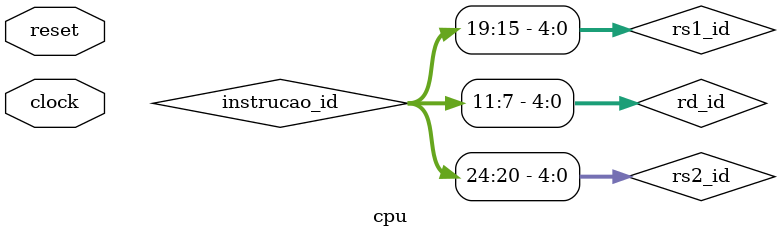
<source format=v>
module cpu (
    input wire clock,
    input wire reset
);

    // ==== Sinais e fios ====
    wire pc_write;
    wire if_id_write;
    wire flush_id_ex;
    wire pc_src_ctrl;
    wire flush_if_id;

    // ==== Estágio IF ====
    wire [31:0] pc_if;
    wire [31:0] pc_prox;
    wire [31:0] instrucao_if;
    wire [31:0] pc_plus4_if;
    

    // ==== Estágio ID ====
    wire [31:0] instrucao_id;
    wire [31:0] pc_plus4_id;
    wire [31:0] read_data1_id, read_data2_id;
    wire [31:0] immediate_id;
    wire [4:0] rs1_id;
    wire [4:0] rs2_id;
    wire [4:0] rd_id;

    wire branch_id, MemRead_id, MemtoReg_id, MemWrite_id, ALUSrc_id, RegWrite_id;
    wire [1:0] ALUOp_id;

    // ==== Estágio EX ====
    wire [31:0] instrucao_ex;
    wire [31:0] read_data1_ex, read_data2_ex;
    wire [31:0] immediate_ex;
    wire [4:0] rs1_ex, rs2_ex, rd_ex;
    wire [31:0] pc_plus4_ex;
    wire [31:0] alu_result_ex;
    wire [3:0] alu_control_ex;
    wire zero_ex;
    wire [1:0] ALUOp_ex;

    wire branch_ex, MemRead_ex, MemtoReg_ex, MemWrite_ex, ALUSrc_ex, RegWrite_ex;

    // ==== Estágio MEM ====
    wire [31:0] alu_result_mem;
    wire [31:0]  read_data2_mem;
    wire [31:0]  read_data_from_mem;
    wire [4:0] rd_mem;
    wire [2:0] funct3_mem; 

    wire MemRead_mem, MemtoReg_mem, MemWrite_mem, RegWrite_mem;

    // ==== Estágio WB ====
    wire [31:0] alu_result_wb;
    wire [31:0] read_data_wb;
    wire [4:0] rd_wb;
    wire [31:0] write_back_data;

    wire MemtoReg_wb, RegWrite_wb;
    
    // ==== INSTANCIAÇÃO DOS MÓDulos DE HAZARD E FORWARDING ====

    hazard hazard_unit(
        .rs1_id(rs1_id),
        .rs2_id(rs2_id),
        .rd_ex(rd_ex),
        .MemRead_ex(MemRead_ex),
        .pc_write(pc_write),
        .if_id_write(if_id_write),
        .flush_id_ex(flush_id_ex)
    );

    wire [1:0] forwardA, forwardB;
    forwarding_unit fwd_unit (
        .rs1_ex(rs1_ex),
        .rs2_ex(rs2_ex),
        .rd_mem(rd_mem),
        .rd_wb(rd_wb),
        .RegWrite_mem(RegWrite_mem),
        .RegWrite_wb(RegWrite_wb),
        .forwardA(forwardA),
        .forwardB(forwardB)
    );

    // ==== Estágio 1: IF ====
    assign pc_plus4_if = pc_if + 4;

    mux2 #(.WIDTH(32)) pc_mux(
        .seletor(pc_src_ctrl),
        .entrada1(pc_plus4_if),
        .entrada2(alu_result_ex),
        .saida(pc_prox)
    );

    pc pc_reg(
        .clock(clock),
        .reset(reset),
        .pc_prox(pc_prox),
        .pc(pc_if),
        .pc_write(pc_write)
    );

    instruction_memory InstMem (
        .endereco(pc_if),
        .instrucao(instrucao_if)
    );

    // ==== REGISTRADOR DE PIPELINE: IF/ID ====
    if_id_register if_id_reg(
        .clock(clock),
        .reset(reset),
        .flush(flush_if_id),
        .stall(~if_id_write),
        .pc_plus4_if(pc_plus4_if),
        .instrucao_if(instrucao_if),
        .pc_plus4_id(pc_plus4_id),
        .instrucao_id(instrucao_id)
    );

    // ==== Estágio 2: ID ====
    assign rs1_id = instrucao_id[19:15];
    assign rs2_id = instrucao_id[24:20];
    assign rd_id = instrucao_id[11:7];

    control ctrl(
        .opcode(instrucao_id[6:0]),
        .Branch(branch_id),
        .MemRead(MemRead_id),
        .MemtoReg(MemtoReg_id),
        .MemWrite(MemWrite_id),
        .ALUSrc(ALUSrc_id),
        .RegWrite(RegWrite_id),
        .ALUOp(ALUOp_id)
    );

    imm_gen immGen(
        .instrucao(instrucao_id),
        .imm_out(immediate_id)
    );

    register registradores(
        .clock(clock),
        .RegWrite(RegWrite_wb),
        .rs1(rs1_id),
        .rs2(rs2_id),
        .rd(rd_wb),
        .write_data(write_back_data),
        .read_data1(read_data1_id),
        .read_data2(read_data2_id)
    );

    id_ex_register id_ex_reg (
        .clock(clock),
        .reset(reset),
        .flush(flush_id_ex),
        .pc_plus4_id(pc_plus4_id),
        .read_data1_id(read_data1_id),
        .read_data2_id(read_data2_id),
        .immediate_id(immediate_id),
        .rs1_id(rs1_id),
        .rs2_id(rs2_id),
        .rd_id(rd_id),
        .branch_id(branch_id),
        .MemRead_id(MemRead_id),
        .MemtoReg_id(MemtoReg_id),
        .MemWrite_id(MemWrite_id),
        .ALUSrc_id(ALUSrc_id),
        .RegWrite_id(RegWrite_id),
        .ALUOp_id(ALUOp_id),
        .instrucao_id(instrucao_id),
        .pc_plus4_ex(pc_plus4_ex),
        .read_data1_ex(read_data1_ex),
        .read_data2_ex(read_data2_ex),
        .immediate_ex(immediate_ex),
        .rs1_ex(rs1_ex),
        .rs2_ex(rs2_ex),
        .rd_ex(rd_ex),
        .branch_ex(branch_ex),
        .MemRead_ex(MemRead_ex),
        .MemtoReg_ex(MemtoReg_ex),
        .MemWrite_ex(MemWrite_ex),
        .ALUSrc_ex(ALUSrc_ex),
        .RegWrite_ex(RegWrite_ex),
        .ALUOp_ex(ALUOp_ex),
        .instrucao_ex(instrucao_ex)
    );
    
    // ==== Estágio 3: Ex ====
    
    // MUXes para Forwarding
    wire [31:0] alu_input1, alu_input2;
    mux3 #(32) fwd_mux_A (
        .seletor(forwardA),
        .entrada1(read_data1_ex),     // 00: Do registrador
        .entrada2(alu_result_mem),    // 01: Do estágio MEM 
        .entrada3(write_back_data),   // 10: Do estágio WB 
        .saida(alu_input1)
    );
    mux3 #(32) fwd_mux_B (
        .seletor(forwardB),
        .entrada1(read_data2_ex),     // 00: Do registrador
        .entrada2(alu_result_mem),    // 10: Do estágio MEM 
        .entrada3(write_back_data),   // 01: Do estágio MEM 
        .saida(alu_input2)
    );

    // MUX para selecionar a segunda entrada da ALU
    wire [31:0] alu_entrada2_final;
    mux2 #(32) ALUSrc_mux (
        .seletor(ALUSrc_ex),
        .entrada1(alu_input2),
        .entrada2(immediate_ex),
        .saida(alu_entrada2_final)
    );

    alu_control aluCtrl(
        .ALUOp(ALUOp_ex),
        .funct3(instrucao_ex[14:12]),
        .funct7(instrucao_ex[31:25]),
        .alu_control(alu_control_ex)
    );

    alu alu(
        .entrada1(alu_input1),
        .entrada2(alu_entrada2_final),
        .alu_control(alu_control_ex),
        .resultado(alu_result_ex),
        .zero(zero_ex)
    );

    assign pc_src_ctrl = branch_ex & zero_ex;

    ex_mem_register ex_mem_reg (
        .clock(clock),
        .reset(reset),
        .alu_result_ex(alu_result_ex),
        .read_data2_ex(alu_input2), 
        .rd_ex(rd_ex),
        .funct3_ex(instrucao_ex[14:12]),
        .MemRead_ex(MemRead_ex),
        .MemtoReg_ex(MemtoReg_ex),
        .MemWrite_ex(MemWrite_ex),
        .RegWrite_ex(RegWrite_ex),
        .alu_result_mem(alu_result_mem),
        .read_data2_mem(read_data2_mem),
        .rd_mem(rd_mem),
        .funct3_mem(funct3_mem),
        .MemRead_mem(MemRead_mem),
        .MemtoReg_mem(MemtoReg_mem),
        .MemWrite_mem(MemWrite_mem),
        .RegWrite_mem(RegWrite_mem)
    );

    // ==== Estágio 4: Mem ====

    data_memory dataMem(
        .clock(clock),
        .MemRead(MemRead_mem),
        .MemWrite(MemWrite_mem),
        .funct3(funct3_mem),
        .endereco(alu_result_mem),
        .write_data(read_data2_mem),
        .read_data(read_data_from_mem)
    );

    mem_wb_register mem_wb_reg (
        .clock(clock),
        .reset(reset),
        .read_data_mem(read_data_from_mem),
        .alu_result_mem(alu_result_mem),
        .rd_mem(rd_mem),
        .MemtoReg_mem(MemtoReg_mem),
        .RegWrite_mem(RegWrite_mem),
        .read_data_wb(read_data_wb),
        .alu_result_wb(alu_result_wb),
        .rd_wb(rd_wb),
        .MemtoReg_wb(MemtoReg_wb),
        .RegWrite_wb(RegWrite_wb)
    );

    // ==== Estágio 5: WB ====

    mux2 #(.WIDTH(32)) write_back_mux(
        .seletor(MemtoReg_wb),
        .entrada1(alu_result_wb),
        .entrada2(read_data_wb),
        .saida(write_back_data)
    );

endmodule

</source>
